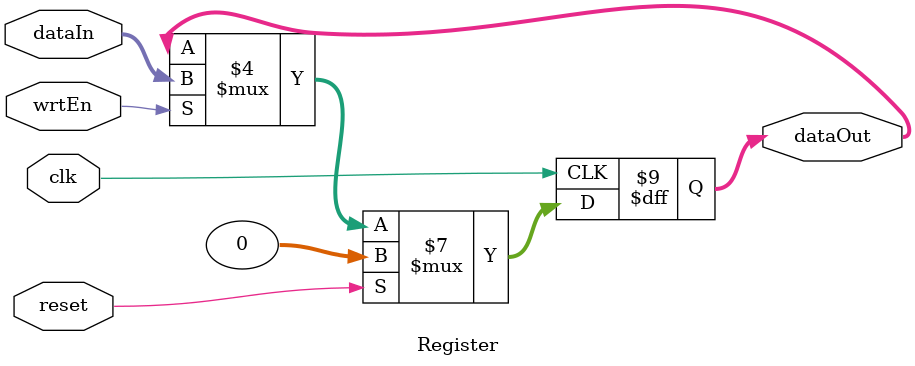
<source format=v>
module Register #(
	parameter 													BIT_WIDTH 	= 32,
	parameter 													RESET_VALUE = 0
)
(
	input 															clk,
	input			  												reset,
	input																wrtEn,
	input				[BIT_WIDTH - 1: 0] 			dataIn,
	output		reg	[BIT_WIDTH - 1: 0] 			dataOut
);


	
	always @(posedge clk) begin
		if (reset == 1'b1)
			dataOut <= RESET_VALUE;
		else if (wrtEn == 1'b1)
			dataOut <= dataIn;
	end
	
endmodule

</source>
